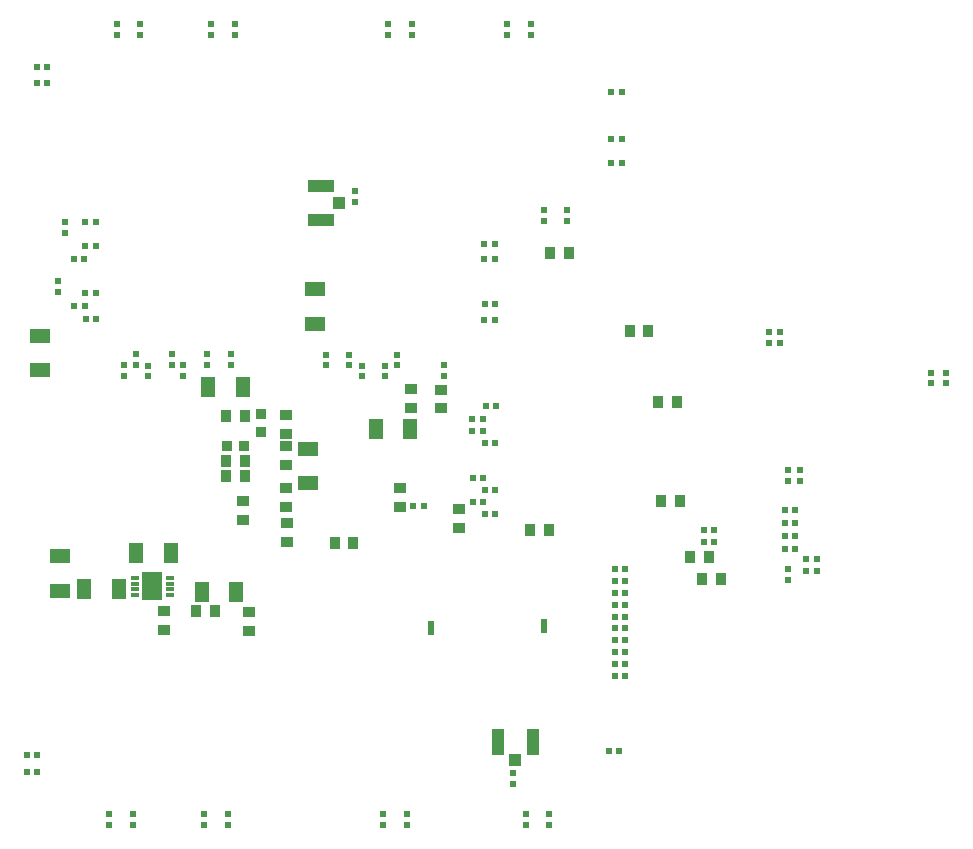
<source format=gbp>
G04*
G04 #@! TF.GenerationSoftware,Altium Limited,Altium Designer,19.0.15 (446)*
G04*
G04 Layer_Color=128*
%FSLAX25Y25*%
%MOIN*%
G70*
G01*
G75*
%ADD10R,0.03543X0.03937*%
%ADD11R,0.03937X0.03543*%
%ADD12R,0.02441X0.02284*%
%ADD14R,0.03740X0.03937*%
%ADD16R,0.02441X0.02441*%
%ADD25R,0.04528X0.07087*%
%ADD26R,0.07087X0.04528*%
%ADD37R,0.02441X0.02441*%
%ADD41R,0.03937X0.03740*%
%ADD58R,0.03150X0.01181*%
%ADD75R,0.04134X0.08661*%
%ADD76R,0.03937X0.04134*%
%ADD79R,0.08661X0.04134*%
%ADD80R,0.04134X0.03937*%
%ADD219R,0.06890X0.09646*%
%ADD220R,0.01968X0.04724*%
%ADD221R,0.03740X0.03740*%
%ADD222R,0.03740X0.03740*%
D10*
X194882Y193701D02*
D03*
X188583D02*
D03*
X231004Y143898D02*
D03*
X224705D02*
D03*
X231890Y110925D02*
D03*
X225590D02*
D03*
X76870Y74213D02*
D03*
X70571D02*
D03*
X116831Y96850D02*
D03*
X123130D02*
D03*
X215171Y167717D02*
D03*
X221470D02*
D03*
X245747Y84978D02*
D03*
X239447D02*
D03*
X241732Y92224D02*
D03*
X235433D02*
D03*
X87106Y119390D02*
D03*
X80807D02*
D03*
Y124311D02*
D03*
X87106D02*
D03*
X80709Y139173D02*
D03*
X87008D02*
D03*
D11*
X88189Y67716D02*
D03*
Y74016D02*
D03*
X59842Y68012D02*
D03*
Y74311D02*
D03*
X152461Y148031D02*
D03*
Y141732D02*
D03*
X138583Y109055D02*
D03*
Y115354D02*
D03*
X158169Y101870D02*
D03*
Y108169D02*
D03*
X100886Y103642D02*
D03*
Y97342D02*
D03*
X100689Y129232D02*
D03*
Y122933D02*
D03*
X86319Y104429D02*
D03*
Y110728D02*
D03*
X100787Y108957D02*
D03*
Y115256D02*
D03*
X100787Y139625D02*
D03*
Y133326D02*
D03*
D12*
X176279Y20354D02*
D03*
Y16654D02*
D03*
X123721Y210551D02*
D03*
Y214252D02*
D03*
X24508Y184331D02*
D03*
Y180630D02*
D03*
D14*
X188189Y101279D02*
D03*
X181890D02*
D03*
D16*
X113878Y159646D02*
D03*
Y156102D02*
D03*
X82284Y159744D02*
D03*
Y156201D02*
D03*
X121752Y159646D02*
D03*
Y156102D02*
D03*
X74213Y159744D02*
D03*
Y156201D02*
D03*
X50689Y159744D02*
D03*
Y156201D02*
D03*
X137500Y159646D02*
D03*
Y156102D02*
D03*
X62500Y159843D02*
D03*
Y156299D02*
D03*
X54823Y152461D02*
D03*
Y156004D02*
D03*
X26969Y200394D02*
D03*
Y203937D02*
D03*
X66437Y152657D02*
D03*
Y156201D02*
D03*
X182185Y266339D02*
D03*
Y269882D02*
D03*
X153347Y152559D02*
D03*
Y156102D02*
D03*
X315567Y150142D02*
D03*
Y153685D02*
D03*
X174213Y266339D02*
D03*
Y269882D02*
D03*
X46654Y152559D02*
D03*
Y156102D02*
D03*
X194390Y204232D02*
D03*
Y207776D02*
D03*
X125984Y152461D02*
D03*
Y156004D02*
D03*
X133563Y152461D02*
D03*
Y156004D02*
D03*
X320685Y150142D02*
D03*
Y153685D02*
D03*
X133071Y6496D02*
D03*
Y2953D02*
D03*
X140945Y6496D02*
D03*
Y2953D02*
D03*
X180512Y6496D02*
D03*
Y2953D02*
D03*
X41732Y6398D02*
D03*
Y2854D02*
D03*
X44193Y266339D02*
D03*
Y269882D02*
D03*
X49705Y6496D02*
D03*
Y2953D02*
D03*
X51968Y266339D02*
D03*
Y269882D02*
D03*
X73327Y6496D02*
D03*
Y2953D02*
D03*
X186516Y204232D02*
D03*
Y207776D02*
D03*
X142717Y266339D02*
D03*
Y269882D02*
D03*
X134744Y266339D02*
D03*
Y269882D02*
D03*
X83563Y266339D02*
D03*
Y269882D02*
D03*
X188386Y6398D02*
D03*
Y2854D02*
D03*
X75590Y266339D02*
D03*
Y269882D02*
D03*
X81201Y6398D02*
D03*
Y2854D02*
D03*
X265265Y163706D02*
D03*
Y167250D02*
D03*
X261722Y163706D02*
D03*
Y167250D02*
D03*
X267913Y84646D02*
D03*
Y88189D02*
D03*
X267960Y121063D02*
D03*
Y117520D02*
D03*
X271897Y121161D02*
D03*
Y117618D02*
D03*
D25*
X50787Y93602D02*
D03*
X62205D02*
D03*
X72539Y80709D02*
D03*
X83957D02*
D03*
X33465Y81398D02*
D03*
X44882D02*
D03*
X130709Y134941D02*
D03*
X142126D02*
D03*
X86221Y148917D02*
D03*
X74803D02*
D03*
D26*
X110236Y181398D02*
D03*
Y169980D02*
D03*
X25394Y92421D02*
D03*
Y81004D02*
D03*
X18802Y165886D02*
D03*
Y154469D02*
D03*
X107973Y128347D02*
D03*
Y116929D02*
D03*
D37*
X170276Y191535D02*
D03*
X166732D02*
D03*
X213779Y76279D02*
D03*
X210236D02*
D03*
X213779Y68405D02*
D03*
X210236D02*
D03*
X213779Y60532D02*
D03*
X210236D02*
D03*
X213779Y52658D02*
D03*
X210236D02*
D03*
X213779Y88090D02*
D03*
X210236D02*
D03*
X213779Y84153D02*
D03*
X210236D02*
D03*
X213779Y80216D02*
D03*
X210236D02*
D03*
X213779Y72342D02*
D03*
X210236D02*
D03*
X213779Y64468D02*
D03*
X210236D02*
D03*
X213779Y56595D02*
D03*
X210236D02*
D03*
X162795Y138189D02*
D03*
X166339D02*
D03*
X162894Y118602D02*
D03*
X166437D02*
D03*
X170472Y114567D02*
D03*
X166929D02*
D03*
X170768Y142421D02*
D03*
X167224D02*
D03*
X37402Y171457D02*
D03*
X33858D02*
D03*
X170472Y106595D02*
D03*
X166929D02*
D03*
X170276Y171063D02*
D03*
X166732D02*
D03*
X170374Y176575D02*
D03*
X166831D02*
D03*
X37303Y180118D02*
D03*
X33760D02*
D03*
X170472Y130315D02*
D03*
X166929D02*
D03*
X30020Y175787D02*
D03*
X33563D02*
D03*
X29921Y191437D02*
D03*
X33465D02*
D03*
X208957Y231496D02*
D03*
X212500D02*
D03*
X208957Y223622D02*
D03*
X212500D02*
D03*
X37205Y195866D02*
D03*
X33661D02*
D03*
X37205Y203740D02*
D03*
X33661D02*
D03*
X162894Y110531D02*
D03*
X166437D02*
D03*
X162795Y134153D02*
D03*
X166339D02*
D03*
X208268Y27461D02*
D03*
X211811D02*
D03*
X17815Y20571D02*
D03*
X14272D02*
D03*
X21063Y250197D02*
D03*
X17520D02*
D03*
X208957Y247244D02*
D03*
X212500D02*
D03*
X170177Y196555D02*
D03*
X166634D02*
D03*
X21063Y255610D02*
D03*
X17520D02*
D03*
X17815Y26083D02*
D03*
X14272D02*
D03*
X146555Y109291D02*
D03*
X143012D02*
D03*
X243424Y101267D02*
D03*
X239880D02*
D03*
X243424Y97330D02*
D03*
X239880D02*
D03*
X270472Y103445D02*
D03*
X266929D02*
D03*
X270472Y107776D02*
D03*
X266929D02*
D03*
X270472Y99114D02*
D03*
X266929D02*
D03*
X270472Y94784D02*
D03*
X266929D02*
D03*
X274114Y91437D02*
D03*
X277658D02*
D03*
X274114Y87598D02*
D03*
X277658D02*
D03*
D41*
X142323Y141831D02*
D03*
Y148130D02*
D03*
D58*
X62008Y85348D02*
D03*
Y83380D02*
D03*
Y81411D02*
D03*
Y79443D02*
D03*
X50197D02*
D03*
Y81411D02*
D03*
Y83380D02*
D03*
Y85348D02*
D03*
D75*
X182874Y30610D02*
D03*
X171260D02*
D03*
D76*
X177067Y24606D02*
D03*
D79*
X112205Y216043D02*
D03*
Y204429D02*
D03*
D80*
X118209Y210236D02*
D03*
D219*
X56102Y82396D02*
D03*
D220*
X186663Y69193D02*
D03*
X148918Y68405D02*
D03*
D221*
X86811Y129232D02*
D03*
X80905D02*
D03*
D222*
X92323Y134055D02*
D03*
Y139961D02*
D03*
M02*

</source>
